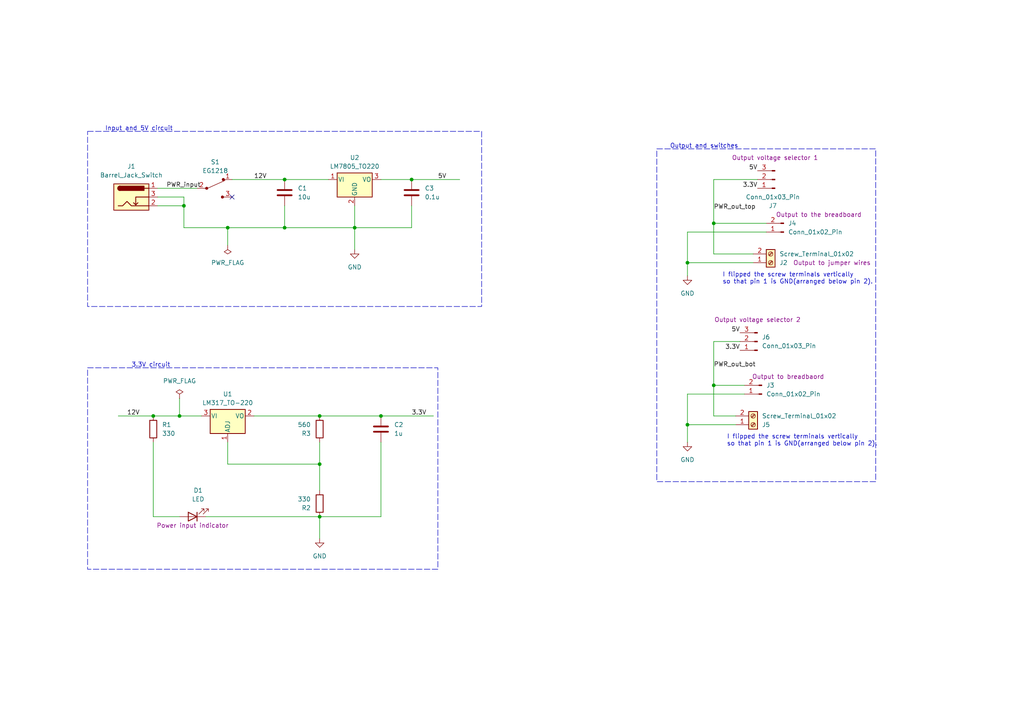
<source format=kicad_sch>
(kicad_sch (version 20230121) (generator eeschema)
  (paper "A4")
  (title_block (title "Breadbaord power supply") (date "2023-09-26") (rev "1") (comment 1 "Mohammed Yassin Mohammed"))
  (lib_symbols
    (symbol "Connector:Barrel_Jack_Switch" (pin_names hide)
      (property "Reference" "J" (at 0 5.334 0))
      (property "Value" "Barrel_Jack_Switch" (at 0 -5.08 0))
      (symbol "Barrel_Jack_Switch_0_1"
        (rectangle (start -5.08 3.81) (end 5.08 -3.81) (stroke (width 0.254)) (fill (type background)))
        (arc (start -3.302 3.175) (mid -3.9343 2.54) (end -3.302 1.905) (stroke (width 0.254)))
        (arc (start -3.302 3.175) (mid -3.9343 2.54) (end -3.302 1.905) (stroke (width 0.254)) (fill (type outline)))
        (polyline (pts (xy 1.27 -2.286) (xy 1.905 -1.651)) (stroke (width 0.254)))
        (polyline (pts (xy 5.08 2.54) (xy 3.81 2.54)) (stroke (width 0.254)))
        (polyline (pts (xy 5.08 0) (xy 1.27 0) (xy 1.27 -2.286) (xy 0.635 -1.651)) (stroke (width 0.254)))
        (polyline (pts (xy -3.81 -2.54) (xy -2.54 -2.54) (xy -1.27 -1.27) (xy 0 -2.54) (xy 2.54 -2.54) (xy 5.08 -2.54)) (stroke (width 0.254)))
        (rectangle (start 3.683 3.175) (end -3.302 1.905) (stroke (width 0.254)) (fill (type outline)))
      )
      (symbol "Barrel_Jack_Switch_1_1"
        (pin passive line (at 7.62 2.54 180) (length 2.54) (name "~") (number "1"))
        (pin passive line (at 7.62 -2.54 180) (length 2.54) (name "~") (number "2"))
        (pin passive line (at 7.62 0 180) (length 2.54) (name "~") (number "3"))
      )
    )
    (symbol "Connector:Conn_01x02_Pin" (pin_names (offset 1.016) hide)
      (property "Reference" "J" (at 0 2.54 0))
      (property "Value" "Conn_01x02_Pin" (at 0 -5.08 0))
      (symbol "Conn_01x02_Pin_1_1"
        (polyline (pts (xy 1.27 -2.54) (xy 0.8636 -2.54)) (stroke (width 0.1524)))
        (polyline (pts (xy 1.27 0) (xy 0.8636 0)) (stroke (width 0.1524)))
        (rectangle (start 0.8636 -2.413) (end 0 -2.667) (stroke (width 0.1524)) (fill (type outline)))
        (rectangle (start 0.8636 0.127) (end 0 -0.127) (stroke (width 0.1524)) (fill (type outline)))
        (pin passive line (at 5.08 0 180) (length 3.81) (name "Pin_1") (number "1"))
        (pin passive line (at 5.08 -2.54 180) (length 3.81) (name "Pin_2") (number "2"))
      )
    )
    (symbol "Connector:Conn_01x03_Pin" (pin_names (offset 1.016) hide)
      (property "Reference" "J" (at 0 5.08 0))
      (property "Value" "Conn_01x03_Pin" (at 0 -5.08 0))
      (symbol "Conn_01x03_Pin_1_1"
        (polyline (pts (xy 1.27 -2.54) (xy 0.8636 -2.54)) (stroke (width 0.1524)))
        (polyline (pts (xy 1.27 0) (xy 0.8636 0)) (stroke (width 0.1524)))
        (polyline (pts (xy 1.27 2.54) (xy 0.8636 2.54)) (stroke (width 0.1524)))
        (rectangle (start 0.8636 -2.413) (end 0 -2.667) (stroke (width 0.1524)) (fill (type outline)))
        (rectangle (start 0.8636 0.127) (end 0 -0.127) (stroke (width 0.1524)) (fill (type outline)))
        (rectangle (start 0.8636 2.667) (end 0 2.413) (stroke (width 0.1524)) (fill (type outline)))
        (pin passive line (at 5.08 2.54 180) (length 3.81) (name "Pin_1") (number "1"))
        (pin passive line (at 5.08 0 180) (length 3.81) (name "Pin_2") (number "2"))
        (pin passive line (at 5.08 -2.54 180) (length 3.81) (name "Pin_3") (number "3"))
      )
    )
    (symbol "Connector:Screw_Terminal_01x02" (pin_names (offset 1.016) hide)
      (property "Reference" "J" (at 0 2.54 0))
      (property "Value" "Screw_Terminal_01x02" (at 0 -5.08 0))
      (symbol "Screw_Terminal_01x02_1_1"
        (rectangle (start -1.27 1.27) (end 1.27 -3.81) (stroke (width 0.254)) (fill (type background)))
        (circle (center 0 -2.54) (radius 0.635) (stroke (width 0.1524)))
        (polyline (pts (xy -0.5334 -2.2098) (xy 0.3302 -3.048)) (stroke (width 0.1524)))
        (polyline (pts (xy -0.5334 0.3302) (xy 0.3302 -0.508)) (stroke (width 0.1524)))
        (polyline (pts (xy -0.3556 -2.032) (xy 0.508 -2.8702)) (stroke (width 0.1524)))
        (polyline (pts (xy -0.3556 0.508) (xy 0.508 -0.3302)) (stroke (width 0.1524)))
        (circle (center 0 0) (radius 0.635) (stroke (width 0.1524)))
        (pin passive line (at -5.08 0 0) (length 3.81) (name "Pin_1") (number "1"))
        (pin passive line (at -5.08 -2.54 0) (length 3.81) (name "Pin_2") (number "2"))
      )
    )
    (symbol "Device:C" (pin_numbers hide) (pin_names (offset 0.254))
      (property "Reference" "C" (at 0.635 2.54 0))
      (property "Value" "C" (at 0.635 -2.54 0))
      (symbol "C_0_1"
        (polyline (pts (xy -2.032 -0.762) (xy 2.032 -0.762)) (stroke (width 0.508)))
        (polyline (pts (xy -2.032 0.762) (xy 2.032 0.762)) (stroke (width 0.508)))
      )
      (symbol "C_1_1"
        (pin passive line (at 0 3.81 270) (length 2.794) (name "~") (number "1"))
        (pin passive line (at 0 -3.81 90) (length 2.794) (name "~") (number "2"))
      )
    )
    (symbol "Device:LED" (pin_numbers hide) (pin_names (offset 1.016) hide)
      (property "Reference" "D" (at 0 2.54 0))
      (property "Value" "LED" (at 0 -2.54 0))
      (symbol "LED_0_1"
        (polyline (pts (xy -1.27 -1.27) (xy -1.27 1.27)) (stroke (width 0.254)))
        (polyline (pts (xy -1.27 0) (xy 1.27 0)))
        (polyline (pts (xy 1.27 -1.27) (xy 1.27 1.27) (xy -1.27 0) (xy 1.27 -1.27)) (stroke (width 0.254)))
        (polyline (pts (xy -3.048 -0.762) (xy -4.572 -2.286) (xy -3.81 -2.286) (xy -4.572 -2.286) (xy -4.572 -1.524)))
        (polyline (pts (xy -1.778 -0.762) (xy -3.302 -2.286) (xy -2.54 -2.286) (xy -3.302 -2.286) (xy -3.302 -1.524)))
      )
      (symbol "LED_1_1"
        (pin passive line (at -3.81 0 0) (length 2.54) (name "K") (number "1"))
        (pin passive line (at 3.81 0 180) (length 2.54) (name "A") (number "2"))
      )
    )
    (symbol "Device:R" (pin_numbers hide) (pin_names (offset 0))
      (property "Reference" "R" (at 2.032 0 90))
      (property "Value" "R" (at 0 0 90))
      (symbol "R_0_1"
        (rectangle (start -1.016 -2.54) (end 1.016 2.54) (stroke (width 0.254)))
      )
      (symbol "R_1_1"
        (pin passive line (at 0 3.81 270) (length 1.27) (name "~") (number "1"))
        (pin passive line (at 0 -3.81 90) (length 1.27) (name "~") (number "2"))
      )
    )
    (symbol "Regulator_Linear:LM317_TO-220" (pin_names (offset 0.254))
      (property "Reference" "U" (at -3.81 3.175 0))
      (property "Value" "LM317_TO-220" (at 0 3.175 0))
      (symbol "LM317_TO-220_0_1"
        (rectangle (start -5.08 1.905) (end 5.08 -5.08) (stroke (width 0.254)) (fill (type background)))
      )
      (symbol "LM317_TO-220_1_1"
        (pin input line (at 0 -7.62 90) (length 2.54) (name "ADJ") (number "1"))
        (pin power_out line (at 7.62 0 180) (length 2.54) (name "VO") (number "2"))
        (pin power_in line (at -7.62 0 0) (length 2.54) (name "VI") (number "3"))
      )
    )
    (symbol "Regulator_Linear:LM7805_TO220" (pin_names (offset 0.254))
      (property "Reference" "U" (at -3.81 3.175 0))
      (property "Value" "LM7805_TO220" (at 0 3.175 0))
      (symbol "LM7805_TO220_0_1"
        (rectangle (start -5.08 1.905) (end 5.08 -5.08) (stroke (width 0.254)) (fill (type background)))
      )
      (symbol "LM7805_TO220_1_1"
        (pin power_in line (at -7.62 0 0) (length 2.54) (name "VI") (number "1"))
        (pin power_in line (at 0 -7.62 90) (length 2.54) (name "GND") (number "2"))
        (pin power_out line (at 7.62 0 180) (length 2.54) (name "VO") (number "3"))
      )
    )
    (symbol "dk_Slide-Switches:EG1218" (pin_names (offset 0))
      (property "Reference" "S" (at -3.81 2.286 0))
      (property "Value" "EG1218" (at 0 -5.334 0))
      (symbol "EG1218_0_1"
        (circle (center -2.286 0) (radius 0.3556) (fill (type outline)))
        (polyline (pts (xy -2.032 0) (xy 3.048 2.286)))
        (circle (center 2.286 -2.54) (radius 0.3556) (fill (type outline)))
        (circle (center 2.54 2.54) (radius 0.3556) (fill (type outline)))
      )
      (symbol "EG1218_1_1"
        (pin passive line (at 5.08 2.54 180) (length 2.54) (name "~") (number "1"))
        (pin passive line (at -5.08 0 0) (length 2.54) (name "~") (number "2"))
        (pin passive line (at 5.08 -2.54 180) (length 2.54) (name "~") (number "3"))
      )
    )
    (symbol "power:GND" (power) (pin_names (offset 0))
      (property "Value" "GND" (at 0 -3.81 0))
      (symbol "GND_0_1"
        (polyline (pts (xy 0 0) (xy 0 -1.27) (xy 1.27 -1.27) (xy 0 -2.54) (xy -1.27 -1.27) (xy 0 -1.27)))
      )
      (symbol "GND_1_1"
        (pin power_in line (at 0 0 270) (length 0) hide (name "GND") (number "1"))
      )
    )
    (symbol "power:PWR_FLAG" (power) (pin_numbers hide) (pin_names (offset 0) hide)
      (property "Value" "PWR_FLAG" (at 0 3.81 0))
      (symbol "PWR_FLAG_0_0"
        (pin power_out line (at 0 0 90) (length 0) (name "pwr") (number "1"))
      )
      (symbol "PWR_FLAG_0_1"
        (polyline (pts (xy 0 0) (xy 0 1.27) (xy -1.016 1.905) (xy 0 2.54) (xy 1.016 1.905) (xy 0 1.27)))
      )
    )
  )
  (junction (at 102.87 66.04))
  (junction (at 92.71 120.65))
  (junction (at 199.39 123.19))
  (junction (at 53.34 59.69))
  (junction (at 82.55 52.07))
  (junction (at 92.71 134.62))
  (junction (at 82.55 66.04))
  (junction (at 119.38 52.07))
  (junction (at 92.71 149.86))
  (junction (at 44.45 120.65))
  (junction (at 199.39 76.2))
  (junction (at 207.01 64.77))
  (junction (at 207.01 111.76))
  (junction (at 52.07 120.65))
  (junction (at 110.49 120.65))
  (junction (at 66.04 66.04))
  (no_connect (at 67.31 57.15))
  (wire (pts (xy 66.04 66.04) (xy 82.55 66.04)))
  (wire (pts (xy 219.71 52.07) (xy 207.01 52.07)))
  (wire (pts (xy 92.71 134.62) (xy 92.71 142.24)))
  (wire (pts (xy 207.01 99.06) (xy 207.01 111.76)))
  (wire (pts (xy 53.34 57.15) (xy 53.34 59.69)))
  (wire (pts (xy 214.63 99.06) (xy 207.01 99.06)))
  (wire (pts (xy 207.01 111.76) (xy 215.9 111.76)))
  (wire (pts (xy 119.38 59.69) (xy 119.38 66.04)))
  (wire (pts (xy 110.49 120.65) (xy 125.73 120.65)))
  (wire (pts (xy 110.49 128.27) (xy 110.49 149.86)))
  (wire (pts (xy 119.38 52.07) (xy 133.35 52.07)))
  (wire (pts (xy 82.55 59.69) (xy 82.55 66.04)))
  (wire (pts (xy 92.71 128.27) (xy 92.71 134.62)))
  (wire (pts (xy 199.39 114.3) (xy 199.39 123.19)))
  (wire (pts (xy 92.71 149.86) (xy 92.71 156.21)))
  (wire (pts (xy 59.69 149.86) (xy 92.71 149.86)))
  (wire (pts (xy 44.45 120.65) (xy 52.07 120.65)))
  (wire (pts (xy 82.55 52.07) (xy 95.25 52.07)))
  (wire (pts (xy 52.07 115.57) (xy 52.07 120.65)))
  (wire (pts (xy 53.34 66.04) (xy 66.04 66.04)))
  (wire (pts (xy 207.01 52.07) (xy 207.01 64.77)))
  (wire (pts (xy 207.01 64.77) (xy 207.01 73.66)))
  (wire (pts (xy 199.39 67.31) (xy 199.39 76.2)))
  (wire (pts (xy 66.04 66.04) (xy 66.04 71.12)))
  (wire (pts (xy 110.49 52.07) (xy 119.38 52.07)))
  (wire (pts (xy 66.04 134.62) (xy 92.71 134.62)))
  (wire (pts (xy 34.29 120.65) (xy 44.45 120.65)))
  (wire (pts (xy 45.72 57.15) (xy 53.34 57.15)))
  (wire (pts (xy 110.49 149.86) (xy 92.71 149.86)))
  (wire (pts (xy 67.31 52.07) (xy 82.55 52.07)))
  (wire (pts (xy 66.04 128.27) (xy 66.04 134.62)))
  (wire (pts (xy 207.01 111.76) (xy 207.01 120.65)))
  (wire (pts (xy 102.87 66.04) (xy 102.87 72.39)))
  (wire (pts (xy 207.01 73.66) (xy 218.44 73.66)))
  (wire (pts (xy 102.87 66.04) (xy 119.38 66.04)))
  (wire (pts (xy 44.45 149.86) (xy 52.07 149.86)))
  (wire (pts (xy 207.01 120.65) (xy 213.36 120.65)))
  (wire (pts (xy 45.72 54.61) (xy 57.15 54.61)))
  (wire (pts (xy 52.07 120.65) (xy 58.42 120.65)))
  (wire (pts (xy 199.39 67.31) (xy 222.25 67.31)))
  (wire (pts (xy 92.71 120.65) (xy 110.49 120.65)))
  (wire (pts (xy 199.39 76.2) (xy 199.39 80.01)))
  (wire (pts (xy 45.72 59.69) (xy 53.34 59.69)))
  (wire (pts (xy 199.39 76.2) (xy 218.44 76.2)))
  (wire (pts (xy 82.55 66.04) (xy 102.87 66.04)))
  (wire (pts (xy 207.01 64.77) (xy 222.25 64.77)))
  (wire (pts (xy 199.39 123.19) (xy 199.39 128.27)))
  (wire (pts (xy 53.34 59.69) (xy 53.34 66.04)))
  (wire (pts (xy 199.39 114.3) (xy 215.9 114.3)))
  (wire (pts (xy 102.87 59.69) (xy 102.87 66.04)))
  (wire (pts (xy 44.45 128.27) (xy 44.45 149.86)))
  (wire (pts (xy 73.66 120.65) (xy 92.71 120.65)))
  (wire (pts (xy 199.39 123.19) (xy 213.36 123.19)))
  (rectangle (start 190.5 43.18) (end 254 139.7) (stroke (width 0) (type dash)))
  (rectangle (start 25.4 38.1) (end 139.7 88.9) (stroke (width 0) (type dash)))
  (rectangle (start 25.4 106.68) (end 127 165.1) (stroke (width 0) (type dash)))
  (text "Output and switches" (at 194.31 43.18 0) (effects (font (size 1.27 1.27)) (justify left bottom)))
  (text "Input and 5V circuit" (at 30.48 38.1 0) (effects (font (size 1.27 1.27)) (justify left bottom)))
  (text "I flipped the screw terminals vertically\nso that pin 1 is GND(arranged below pin 2)." (at 209.55 82.55 0) (effects (font (size 1.27 1.27)) (justify left bottom)))
  (text "3.3V circuit" (at 38.1 106.68 0) (effects (font (size 1.27 1.27)) (justify left bottom)))
  (text "I flipped the screw terminals vertically\nso that pin 1 is GND(arranged below pin 2)." (at 210.82 129.54 0) (effects (font (size 1.27 1.27)) (justify left bottom)))
  (label "12V" (at 36.83 120.65 0))
  (label "5V" (at 219.71 49.53 180))
  (label "12V" (at 73.66 52.07 0))
  (label "5V" (at 127 52.07 0))
  (label "3.3V" (at 219.71 54.61 180))
  (label "5V" (at 214.63 96.52 180))
  (label "3.3V" (at 214.63 101.6 180))
  (label "PWR_out_top" (at 207.01 60.96 0))
  (label "3.3V" (at 119.38 120.65 0))
  (label "PWR_input" (at 48.26 54.61 0))
  (label "PWR_out_bot" (at 207.01 106.68 0))
  (symbol (lib_id "Device:C") (at 119.38 55.88 0) (unit 1)
    (property "Reference" "C3" (at 123.19 54.61 0) (effects (justify left)))
    (property "Value" "0.1u" (at 123.19 57.15 0) (effects (justify left)))
    (property "Footprint" "Capacitor_THT:C_Disc_D3.0mm_W1.6mm_P2.50mm" (effects hide))
  )
  (symbol (lib_id "Connector:Conn_01x02_Pin") (at 227.33 67.31 180) (unit 1)
    (property "Reference" "J4" (at 228.6 64.77 0) (effects (justify right)))
    (property "Value" "Conn_01x02_Pin" (at 228.6 67.31 0) (effects (justify right)))
    (property "Footprint" "Connector_PinHeader_2.54mm:PinHeader_1x02_P2.54mm_Vertical" (effects hide))
    (property "Purpose" "Output to the breadboard" (at 237.49 62.23 0))
  )
  (symbol (lib_id "Device:C") (at 82.55 55.88 0) (unit 1)
    (property "Reference" "C1" (at 86.36 54.61 0) (effects (justify left)))
    (property "Value" "10u" (at 86.36 57.15 0) (effects (justify left)))
    (property "Footprint" "Capacitor_THT:C_Disc_D3.0mm_W1.6mm_P2.50mm" (effects hide))
  )
  (symbol (lib_id "Device:C") (at 110.49 124.46 0) (unit 1)
    (property "Reference" "C2" (at 114.3 123.19 0) (effects (justify left)))
    (property "Value" "1u" (at 114.3 125.73 0) (effects (justify left)))
    (property "Footprint" "Capacitor_THT:C_Disc_D3.0mm_W1.6mm_P2.50mm" (effects hide))
  )
  (symbol (lib_id "Connector:Screw_Terminal_01x02") (at 218.44 123.19 0) (mirror x) (unit 1)
    (property "Reference" "J5" (at 220.98 123.19 0) (effects (justify left)))
    (property "Value" "Screw_Terminal_01x02" (at 220.98 120.65 0) (effects (justify left)))
    (property "Footprint" "TerminalBlock:TerminalBlock_bornier-2_P5.08mm" (effects hide))
  )
  (symbol (lib_id "power:GND") (at 199.39 80.01 0) (unit 1)
    (property "Reference" "#PWR03" (effects hide))
    (property "Value" "GND" (at 199.39 85.09 0))
  )
  (symbol (lib_id "Device:R") (at 92.71 124.46 180) (unit 1)
    (property "Reference" "R3" (at 90.17 125.73 0) (effects (justify left)))
    (property "Value" "560" (at 90.17 123.19 0) (effects (justify left)))
    (property "Footprint" "Resistor_THT:R_Axial_DIN0204_L3.6mm_D1.6mm_P7.62mm_Horizontal" (effects hide))
  )
  (symbol (lib_id "power:GND") (at 199.39 128.27 0) (unit 1)
    (property "Reference" "#PWR04" (effects hide))
    (property "Value" "GND" (at 199.39 133.35 0))
  )
  (symbol (lib_id "Connector:Screw_Terminal_01x02") (at 223.52 76.2 0) (mirror x) (unit 1)
    (property "Reference" "J2" (at 226.06 76.2 0) (effects (justify left)))
    (property "Value" "Screw_Terminal_01x02" (at 226.06 73.66 0) (effects (justify left)))
    (property "Footprint" "TerminalBlock:TerminalBlock_bornier-2_P5.08mm" (effects hide))
    (property "Purpose" "Output to jumper wires" (at 241.3 76.2 0))
  )
  (symbol (lib_id "power:GND") (at 92.71 156.21 0) (unit 1)
    (property "Reference" "#PWR02" (effects hide))
    (property "Value" "GND" (at 92.71 161.29 0))
  )
  (symbol (lib_id "Connector:Conn_01x03_Pin") (at 224.79 52.07 180) (unit 1)
    (property "Reference" "J7" (at 224.155 59.69 0))
    (property "Value" "Conn_01x03_Pin" (at 224.155 57.15 0))
    (property "Footprint" "Connector_PinHeader_2.54mm:PinHeader_1x03_P2.54mm_Vertical" (effects hide))
    (property "Purpose" "Output voltage selector 1" (at 224.79 45.72 0))
  )
  (symbol (lib_id "Device:LED") (at 55.88 149.86 180) (unit 1)
    (property "Reference" "D1" (at 57.4675 142.24 0))
    (property "Value" "LED" (at 57.4675 144.78 0))
    (property "Footprint" "LED_THT:LED_D5.0mm" (effects hide))
    (property "Purpose" "Power input indicator" (at 55.88 152.4 0))
  )
  (symbol (lib_id "power:PWR_FLAG") (at 52.07 115.57 0) (unit 1)
    (property "Reference" "#FLG02" (effects hide))
    (property "Value" "PWR_FLAG" (at 52.07 110.49 0))
  )
  (symbol (lib_id "Regulator_Linear:LM7805_TO220") (at 102.87 52.07 0) (unit 1)
    (property "Reference" "U2" (at 102.87 45.72 0))
    (property "Value" "LM7805_TO220" (at 102.87 48.26 0))
    (property "Footprint" "Package_TO_SOT_THT:TO-220-3_Vertical" (effects hide))
    (property "Datasheet" "https://www.onsemi.cn/PowerSolutions/document/MC7800-D.PDF" (effects hide))
  )
  (symbol (lib_id "Device:R") (at 92.71 146.05 180) (unit 1)
    (property "Reference" "R2" (at 90.17 147.32 0) (effects (justify left)))
    (property "Value" "330" (at 90.17 144.78 0) (effects (justify left)))
    (property "Footprint" "Resistor_THT:R_Axial_DIN0204_L3.6mm_D1.6mm_P7.62mm_Horizontal" (effects hide))
  )
  (symbol (lib_id "Connector:Conn_01x03_Pin") (at 219.71 99.06 180) (unit 1)
    (property "Reference" "J6" (at 220.98 97.79 0) (effects (justify right)))
    (property "Value" "Conn_01x03_Pin" (at 220.98 100.33 0) (effects (justify right)))
    (property "Footprint" "Connector_PinHeader_2.54mm:PinHeader_1x03_P2.54mm_Vertical" (effects hide))
    (property "Purpose" "Output voltage selector 2" (at 219.71 92.71 0))
  )
  (symbol (lib_id "Connector:Barrel_Jack_Switch") (at 38.1 57.15 0) (unit 1)
    (property "Reference" "J1" (at 38.1 48.26 0))
    (property "Value" "Barrel_Jack_Switch" (at 38.1 50.8 0))
    (property "Footprint" "Connector_BarrelJack:BarrelJack_Horizontal" (effects hide))
  )
  (symbol (lib_id "Device:R") (at 44.45 124.46 180) (unit 1)
    (property "Reference" "R1" (at 46.99 123.19 0) (effects (justify right)))
    (property "Value" "330" (at 46.99 125.73 0) (effects (justify right)))
    (property "Footprint" "Resistor_THT:R_Axial_DIN0204_L3.6mm_D1.6mm_P7.62mm_Horizontal" (effects hide))
  )
  (symbol (lib_id "power:PWR_FLAG") (at 66.04 71.12 180) (unit 1)
    (property "Reference" "#FLG01" (effects hide))
    (property "Value" "PWR_FLAG" (at 66.04 76.2 0))
  )
  (symbol (lib_id "Connector:Conn_01x02_Pin") (at 220.98 114.3 180) (unit 1)
    (property "Reference" "J3" (at 222.25 111.76 0) (effects (justify right)))
    (property "Value" "Conn_01x02_Pin" (at 222.25 114.3 0) (effects (justify right)))
    (property "Footprint" "Connector_PinHeader_2.54mm:PinHeader_1x02_P2.54mm_Vertical" (effects hide))
    (property "Purpose" "Output to breadbaord" (at 228.6 109.22 0))
  )
  (symbol (lib_id "Regulator_Linear:LM317_TO-220") (at 66.04 120.65 0) (unit 1)
    (property "Reference" "U1" (at 66.04 114.3 0))
    (property "Value" "LM317_TO-220" (at 66.04 116.84 0))
    (property "Footprint" "Package_TO_SOT_THT:TO-220-3_Vertical" (effects hide))
    (property "Datasheet" "http://www.ti.com/lit/ds/symlink/lm317.pdf" (effects hide))
  )
  (symbol (lib_id "dk_Slide-Switches:EG1218") (at 62.23 54.61 0) (unit 1)
    (property "Reference" "S1" (at 62.4332 46.99 0))
    (property "Value" "EG1218" (at 62.4332 49.53 0))
    (property "Footprint" "digikey-footprints:Switch_Slide_11.6x4mm_EG1218" (effects hide))
    (property "Datasheet" "http://spec_sheets.e-switch.com/specs/P040040.pdf" (effects hide))
    (property "Digi-Key_PN" "EG1903-ND" (effects hide))
    (property "MPN" "EG1218" (effects hide))
    (property "Category" "Switches" (effects hide))
    (property "Family" "Slide Switches" (effects hide))
    (property "DK_Datasheet_Link" "http://spec_sheets.e-switch.com/specs/P040040.pdf" (effects hide))
    (property "DK_Detail_Page" "/product-detail/en/e-switch/EG1218/EG1903-ND/101726" (effects hide))
    (property "Description" "SWITCH SLIDE SPDT 200MA 30V" (effects hide))
    (property "Manufacturer" "E-Switch" (effects hide))
    (property "Status" "Active" (effects hide))
  )
  (symbol (lib_id "power:GND") (at 102.87 72.39 0) (unit 1)
    (property "Reference" "#PWR01" (effects hide))
    (property "Value" "GND" (at 102.87 77.47 0))
  )
)
</source>
